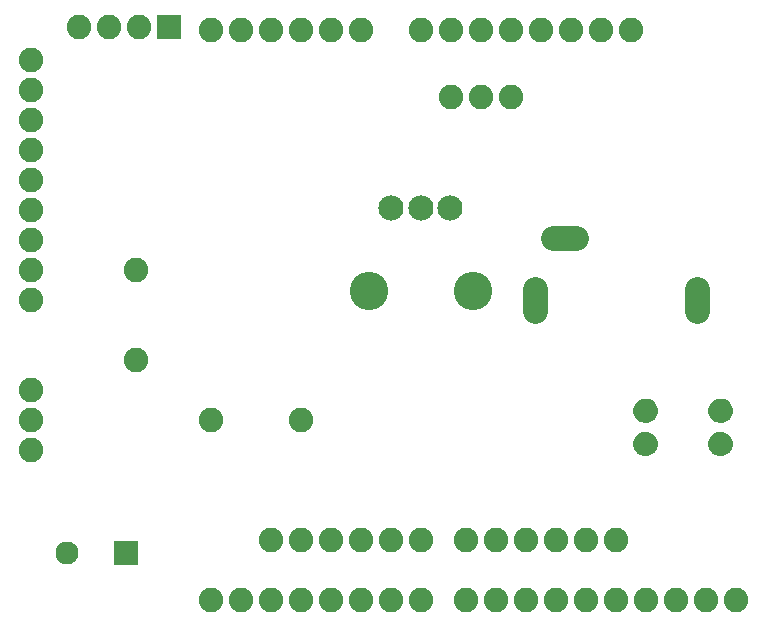
<source format=gbs>
G75*
%MOIN*%
%OFA0B0*%
%FSLAX25Y25*%
%IPPOS*%
%LPD*%
%AMOC8*
5,1,8,0,0,1.08239X$1,22.5*
%
%ADD10C,0.08200*%
%ADD11R,0.07874X0.07874*%
%ADD12C,0.07700*%
%ADD13C,0.12800*%
%ADD14C,0.08400*%
%ADD15R,0.08200X0.08200*%
%ADD16C,0.08280*%
%ADD17C,0.00500*%
D10*
X0099000Y0034000D03*
X0109000Y0034000D03*
X0119000Y0034000D03*
X0129000Y0034000D03*
X0139000Y0034000D03*
X0149000Y0034000D03*
X0159000Y0034000D03*
X0169000Y0034000D03*
X0184000Y0034000D03*
X0194000Y0034000D03*
X0204000Y0034000D03*
X0214000Y0034000D03*
X0224000Y0034000D03*
X0234000Y0034000D03*
X0244000Y0034000D03*
X0254000Y0034000D03*
X0264000Y0034000D03*
X0274000Y0034000D03*
X0234000Y0054000D03*
X0224000Y0054000D03*
X0214000Y0054000D03*
X0204000Y0054000D03*
X0194000Y0054000D03*
X0184000Y0054000D03*
X0169000Y0054000D03*
X0159000Y0054000D03*
X0149000Y0054000D03*
X0139000Y0054000D03*
X0129000Y0054000D03*
X0119000Y0054000D03*
X0129000Y0094000D03*
X0099000Y0094000D03*
X0074000Y0114000D03*
X0039000Y0104000D03*
X0039000Y0094000D03*
X0039000Y0084000D03*
X0039000Y0134000D03*
X0039000Y0144000D03*
X0039000Y0154000D03*
X0039000Y0164000D03*
X0039000Y0174000D03*
X0039000Y0184000D03*
X0039000Y0194000D03*
X0039000Y0204000D03*
X0039000Y0214000D03*
X0055000Y0225000D03*
X0065000Y0225000D03*
X0075000Y0225000D03*
X0099000Y0224000D03*
X0109000Y0224000D03*
X0119000Y0224000D03*
X0129000Y0224000D03*
X0139000Y0224000D03*
X0149000Y0224000D03*
X0169000Y0224000D03*
X0179000Y0224000D03*
X0189000Y0224000D03*
X0199000Y0224000D03*
X0209000Y0224000D03*
X0219000Y0224000D03*
X0229000Y0224000D03*
X0239000Y0224000D03*
X0199000Y0201500D03*
X0189000Y0201500D03*
X0179000Y0201500D03*
X0074000Y0144000D03*
D11*
X0070843Y0049500D03*
D12*
X0051157Y0049500D03*
D13*
X0151677Y0137000D03*
X0186323Y0137000D03*
D14*
X0178843Y0164559D03*
X0169000Y0164559D03*
X0159157Y0164559D03*
D15*
X0085000Y0225000D03*
D16*
X0213213Y0154472D02*
X0220693Y0154472D01*
X0207110Y0137740D02*
X0207110Y0130260D01*
X0261047Y0130260D02*
X0261047Y0137740D01*
D17*
X0268420Y0100682D02*
X0269080Y0100730D01*
X0269800Y0100652D01*
X0270490Y0100434D01*
X0271124Y0100086D01*
X0271678Y0099621D01*
X0272131Y0099057D01*
X0272465Y0098415D01*
X0272667Y0097721D01*
X0272730Y0097000D01*
X0272669Y0096275D01*
X0272467Y0095577D01*
X0272133Y0094931D01*
X0271679Y0094362D01*
X0271123Y0093893D01*
X0270486Y0093542D01*
X0269793Y0093322D01*
X0269070Y0093241D01*
X0268410Y0093290D01*
X0267769Y0093454D01*
X0267166Y0093726D01*
X0266620Y0094099D01*
X0266147Y0094561D01*
X0265761Y0095099D01*
X0265474Y0095695D01*
X0265295Y0096332D01*
X0265230Y0096990D01*
X0265297Y0097648D01*
X0265478Y0098285D01*
X0265766Y0098880D01*
X0266153Y0099417D01*
X0266628Y0099878D01*
X0267175Y0100249D01*
X0267779Y0100520D01*
X0268420Y0100682D01*
X0267226Y0100272D02*
X0270785Y0100272D01*
X0271496Y0099774D02*
X0266521Y0099774D01*
X0266051Y0099275D02*
X0271956Y0099275D01*
X0272277Y0098777D02*
X0265716Y0098777D01*
X0265476Y0098278D02*
X0272505Y0098278D01*
X0272650Y0097780D02*
X0265334Y0097780D01*
X0265260Y0097281D02*
X0272706Y0097281D01*
X0272712Y0096783D02*
X0265251Y0096783D01*
X0265309Y0096284D02*
X0272669Y0096284D01*
X0272527Y0095786D02*
X0265449Y0095786D01*
X0265670Y0095287D02*
X0272317Y0095287D01*
X0272019Y0094789D02*
X0265984Y0094789D01*
X0266425Y0094290D02*
X0271593Y0094290D01*
X0270938Y0093792D02*
X0267071Y0093792D01*
X0268399Y0093293D02*
X0269539Y0093293D01*
X0269080Y0089710D02*
X0269800Y0089632D01*
X0270490Y0089414D01*
X0271124Y0089066D01*
X0271678Y0088601D01*
X0272131Y0088037D01*
X0272465Y0087395D01*
X0272667Y0086701D01*
X0272730Y0085980D01*
X0272669Y0085255D01*
X0272467Y0084556D01*
X0272133Y0083910D01*
X0271679Y0083342D01*
X0271123Y0082873D01*
X0270486Y0082522D01*
X0269793Y0082301D01*
X0269070Y0082220D01*
X0268410Y0082270D01*
X0267769Y0082434D01*
X0267166Y0082706D01*
X0266620Y0083079D01*
X0266147Y0083541D01*
X0265761Y0084079D01*
X0265474Y0084675D01*
X0265295Y0085312D01*
X0265230Y0085970D01*
X0265297Y0086628D01*
X0265478Y0087265D01*
X0265766Y0087860D01*
X0266153Y0088397D01*
X0266628Y0088858D01*
X0267175Y0089229D01*
X0267779Y0089500D01*
X0268420Y0089662D01*
X0269080Y0089710D01*
X0270689Y0089305D02*
X0267344Y0089305D01*
X0266575Y0088806D02*
X0271434Y0088806D01*
X0271913Y0088308D02*
X0266089Y0088308D01*
X0265741Y0087809D02*
X0272249Y0087809D01*
X0272490Y0087311D02*
X0265500Y0087311D01*
X0265349Y0086812D02*
X0272635Y0086812D01*
X0272701Y0086314D02*
X0265265Y0086314D01*
X0265245Y0085815D02*
X0272716Y0085815D01*
X0272674Y0085317D02*
X0265295Y0085317D01*
X0265434Y0084818D02*
X0272543Y0084818D01*
X0272345Y0084320D02*
X0265645Y0084320D01*
X0265946Y0083821D02*
X0272061Y0083821D01*
X0271656Y0083323D02*
X0266370Y0083323D01*
X0266993Y0082824D02*
X0271034Y0082824D01*
X0269870Y0082326D02*
X0268192Y0082326D01*
X0247669Y0085255D02*
X0247467Y0084556D01*
X0247133Y0083910D01*
X0246679Y0083342D01*
X0246123Y0082873D01*
X0245486Y0082522D01*
X0244793Y0082301D01*
X0244070Y0082220D01*
X0243410Y0082270D01*
X0242769Y0082434D01*
X0242166Y0082706D01*
X0241620Y0083079D01*
X0241147Y0083541D01*
X0240761Y0084079D01*
X0240474Y0084675D01*
X0240295Y0085312D01*
X0240230Y0085970D01*
X0240297Y0086628D01*
X0240478Y0087265D01*
X0240766Y0087860D01*
X0241153Y0088397D01*
X0241628Y0088858D01*
X0242175Y0089229D01*
X0242779Y0089500D01*
X0243420Y0089662D01*
X0244080Y0089710D01*
X0244800Y0089632D01*
X0245490Y0089414D01*
X0246124Y0089066D01*
X0246678Y0088601D01*
X0247131Y0088037D01*
X0247465Y0087395D01*
X0247667Y0086701D01*
X0247730Y0085980D01*
X0247669Y0085255D01*
X0247674Y0085317D02*
X0240295Y0085317D01*
X0240245Y0085815D02*
X0247716Y0085815D01*
X0247701Y0086314D02*
X0240265Y0086314D01*
X0240349Y0086812D02*
X0247635Y0086812D01*
X0247490Y0087311D02*
X0240500Y0087311D01*
X0240741Y0087809D02*
X0247249Y0087809D01*
X0246913Y0088308D02*
X0241089Y0088308D01*
X0241575Y0088806D02*
X0246434Y0088806D01*
X0245689Y0089305D02*
X0242344Y0089305D01*
X0243399Y0093293D02*
X0244539Y0093293D01*
X0244793Y0093322D02*
X0244070Y0093241D01*
X0243410Y0093290D01*
X0242769Y0093454D01*
X0242166Y0093726D01*
X0241620Y0094099D01*
X0241147Y0094561D01*
X0240761Y0095099D01*
X0240474Y0095695D01*
X0240295Y0096332D01*
X0240230Y0096990D01*
X0240297Y0097648D01*
X0240478Y0098285D01*
X0240766Y0098880D01*
X0241153Y0099417D01*
X0241628Y0099878D01*
X0242175Y0100249D01*
X0242779Y0100520D01*
X0243420Y0100682D01*
X0244080Y0100730D01*
X0244800Y0100652D01*
X0245490Y0100434D01*
X0246124Y0100086D01*
X0246678Y0099621D01*
X0247131Y0099057D01*
X0247465Y0098415D01*
X0247667Y0097721D01*
X0247730Y0097000D01*
X0247669Y0096275D01*
X0247467Y0095577D01*
X0247133Y0094931D01*
X0246679Y0094362D01*
X0246123Y0093893D01*
X0245486Y0093542D01*
X0244793Y0093322D01*
X0245938Y0093792D02*
X0242071Y0093792D01*
X0241425Y0094290D02*
X0246593Y0094290D01*
X0247019Y0094789D02*
X0240984Y0094789D01*
X0240670Y0095287D02*
X0247317Y0095287D01*
X0247527Y0095786D02*
X0240449Y0095786D01*
X0240309Y0096284D02*
X0247669Y0096284D01*
X0247712Y0096783D02*
X0240251Y0096783D01*
X0240260Y0097281D02*
X0247706Y0097281D01*
X0247650Y0097780D02*
X0240334Y0097780D01*
X0240476Y0098278D02*
X0247505Y0098278D01*
X0247277Y0098777D02*
X0240716Y0098777D01*
X0241051Y0099275D02*
X0246956Y0099275D01*
X0246496Y0099774D02*
X0241521Y0099774D01*
X0242226Y0100272D02*
X0245785Y0100272D01*
X0247543Y0084818D02*
X0240434Y0084818D01*
X0240645Y0084320D02*
X0247345Y0084320D01*
X0247061Y0083821D02*
X0240946Y0083821D01*
X0241370Y0083323D02*
X0246656Y0083323D01*
X0246034Y0082824D02*
X0241993Y0082824D01*
X0243192Y0082326D02*
X0244870Y0082326D01*
M02*

</source>
